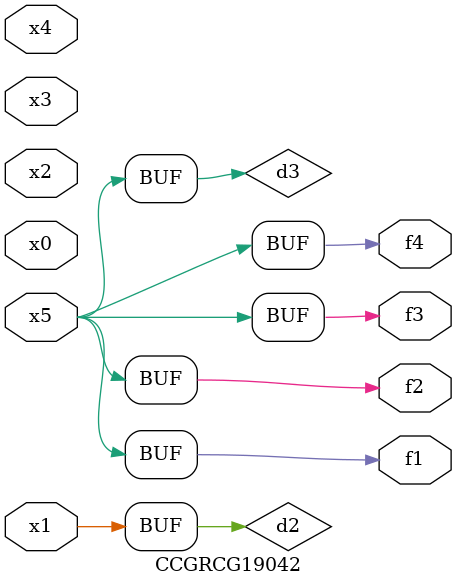
<source format=v>
module CCGRCG19042(
	input x0, x1, x2, x3, x4, x5,
	output f1, f2, f3, f4
);

	wire d1, d2, d3;

	not (d1, x5);
	or (d2, x1);
	xnor (d3, d1);
	assign f1 = d3;
	assign f2 = d3;
	assign f3 = d3;
	assign f4 = d3;
endmodule

</source>
